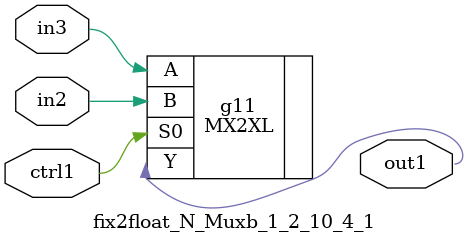
<source format=v>
`timescale 1ps / 1ps


module fix2float_N_Muxb_1_2_10_4_1(in3, in2, ctrl1, out1);
  input in3, in2, ctrl1;
  output out1;
  wire in3, in2, ctrl1;
  wire out1;
  MX2XL g11(.A (in3), .B (in2), .S0 (ctrl1), .Y (out1));
endmodule



</source>
